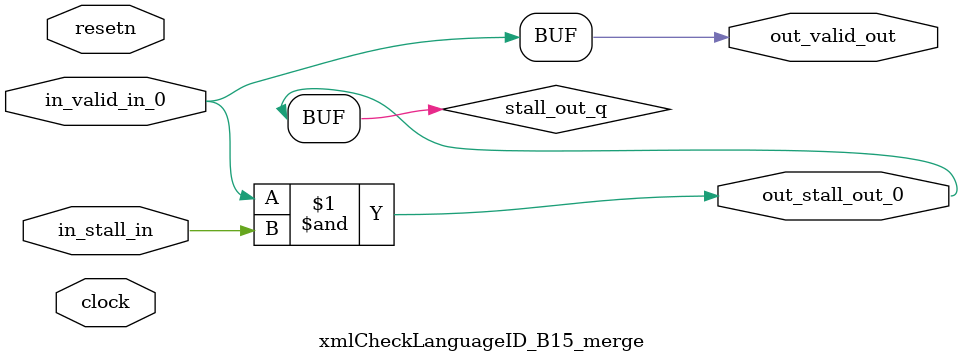
<source format=sv>



(* altera_attribute = "-name AUTO_SHIFT_REGISTER_RECOGNITION OFF; -name MESSAGE_DISABLE 10036; -name MESSAGE_DISABLE 10037; -name MESSAGE_DISABLE 14130; -name MESSAGE_DISABLE 14320; -name MESSAGE_DISABLE 15400; -name MESSAGE_DISABLE 14130; -name MESSAGE_DISABLE 10036; -name MESSAGE_DISABLE 12020; -name MESSAGE_DISABLE 12030; -name MESSAGE_DISABLE 12010; -name MESSAGE_DISABLE 12110; -name MESSAGE_DISABLE 14320; -name MESSAGE_DISABLE 13410; -name MESSAGE_DISABLE 113007; -name MESSAGE_DISABLE 10958" *)
module xmlCheckLanguageID_B15_merge (
    input wire [0:0] in_stall_in,
    input wire [0:0] in_valid_in_0,
    output wire [0:0] out_stall_out_0,
    output wire [0:0] out_valid_out,
    input wire clock,
    input wire resetn
    );

    wire [0:0] stall_out_q;


    // stall_out(LOGICAL,6)
    assign stall_out_q = in_valid_in_0 & in_stall_in;

    // out_stall_out_0(GPOUT,4)
    assign out_stall_out_0 = stall_out_q;

    // out_valid_out(GPOUT,5)
    assign out_valid_out = in_valid_in_0;

endmodule

</source>
